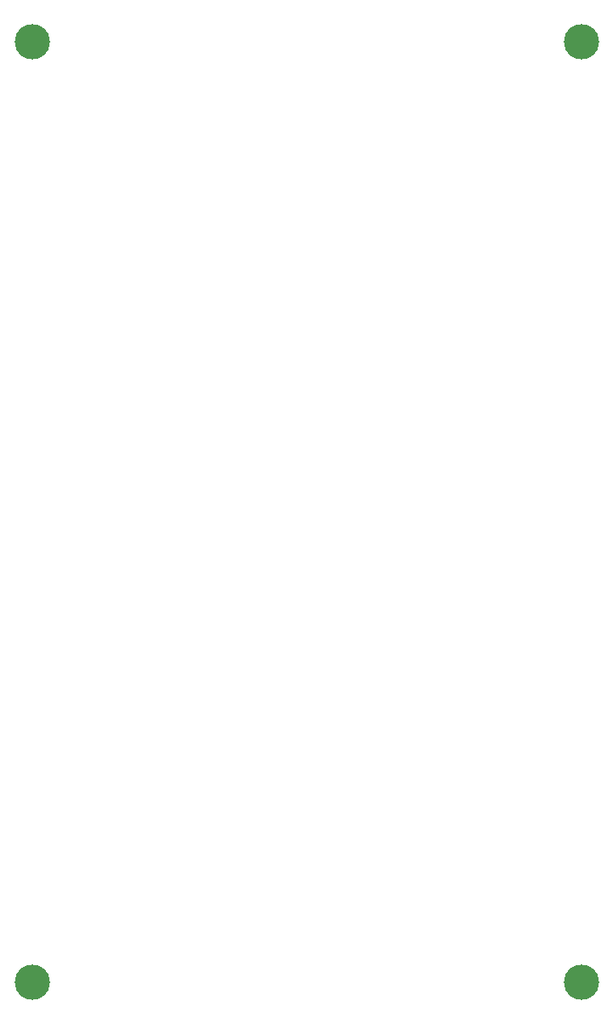
<source format=gtl>
%TF.GenerationSoftware,KiCad,Pcbnew,(5.1.8)-1*%
%TF.CreationDate,2021-03-12T21:14:27+01:00*%
%TF.ProjectId,A2600 Faceplate synthcart,41323630-3020-4466-9163-65706c617465,rev?*%
%TF.SameCoordinates,Original*%
%TF.FileFunction,Copper,L1,Top*%
%TF.FilePolarity,Positive*%
%FSLAX46Y46*%
G04 Gerber Fmt 4.6, Leading zero omitted, Abs format (unit mm)*
G04 Created by KiCad (PCBNEW (5.1.8)-1) date 2021-03-12 21:14:27*
%MOMM*%
%LPD*%
G01*
G04 APERTURE LIST*
%TA.AperFunction,ComponentPad*%
%ADD10C,3.500000*%
%TD*%
G04 APERTURE END LIST*
D10*
%TO.P,M1,1*%
%TO.N,N/C*%
X125095000Y-136525000D03*
%TD*%
%TO.P,M2,1*%
%TO.N,N/C*%
X179705000Y-136525000D03*
%TD*%
%TO.P,M3,1*%
%TO.N,N/C*%
X179705000Y-43180000D03*
%TD*%
%TO.P,M4,1*%
%TO.N,N/C*%
X125095000Y-43180000D03*
%TD*%
M02*

</source>
